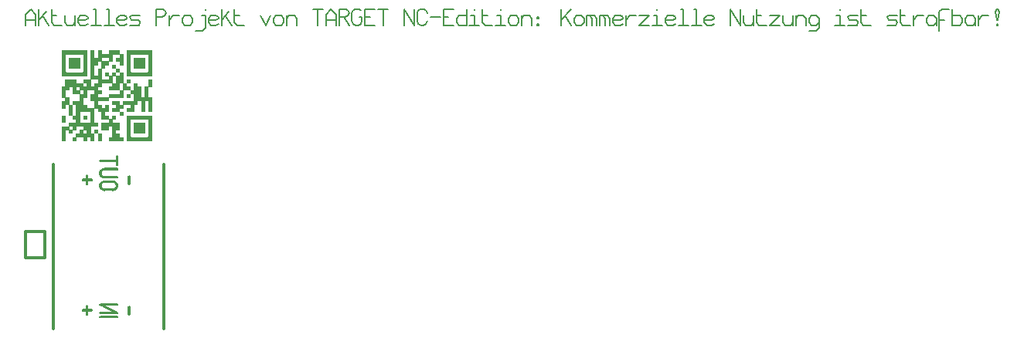
<source format=gbo>
%FSLAX35Y35*%
%MOIN*%
%TF.FileFunction,Legend,Bot*%
%ADD10C,0.00591*%
%ADD11C,0.00214*%
%ADD12C,0.00384*%
%ADD13C,0.00409*%
%ADD14C,0.00512*%
%ADD15C,0.00650*%
%ADD16C,0.00768*%
%ADD17C,0.01181*%
%ADD18C,0.01575*%
%ADD19C,0.01969*%
%ADD20C,0.02362*%
%ADD21C,0.03150*%
%ADD22C,0.03937*%
%AMR_23*21,1,0.03200,0.03800,0,0,90.000*%
%ADD23R_23*%
%AMR_24*21,1,0.03200,0.03800,0,0,180.000*%
%ADD24R_24*%
%AMR_25*21,1,0.04409,0.06299,0,0,90.000*%
%ADD25R_25*%
%AMR_26*21,1,0.05000,0.05000,0,0,180.000*%
%ADD26R_26*%
%AMR_27*21,1,0.07874,0.09449,0,0,90.000*%
%ADD27R_27*%
%AMR_28*21,1,0.19685,0.19685,0,0,0.000*%
%ADD28R_28*%
%AMOCT_29*4,1,8,0.031496,0.023622,0.015748,0.039370,-0.015748,0.039370,-0.031496,0.023622,-0.031496,-0.023622,-0.015748,-0.039370,0.015748,-0.039370,0.031496,-0.023622,0.031496,0.023622,270.000*%
%ADD29OCT_29*%
%AMOCT_30*4,1,8,0.039370,0.009843,0.029528,0.019685,-0.029528,0.019685,-0.039370,0.009843,-0.039370,-0.009843,-0.029528,-0.019685,0.029528,-0.019685,0.039370,-0.009843,0.039370,0.009843,0.000*%
%ADD30OCT_30*%
%AMOCT_31*4,1,8,0.039370,0.009843,0.029528,0.019685,-0.029528,0.019685,-0.039370,0.009843,-0.039370,-0.009843,-0.029528,-0.019685,0.029528,-0.019685,0.039370,-0.009843,0.039370,0.009843,90.000*%
%ADD31OCT_31*%
%ADD32O,0.02559X0.04173*%
%AMRR_33*21,1,0.02559,0.03661,0,0,180.000*21,1,0.02047,0.04173,0,0,180.000*1,1,0.00512,-0.01024,-0.01831*1,1,0.00512,0.01024,0.01831*1,1,0.00512,-0.01024,0.01831*1,1,0.00512,0.01024,-0.01831*%
%ADD33RR_33*%
%AMRR_34*21,1,0.06299,0.06929,0,0,180.000*21,1,0.05354,0.07874,0,0,180.000*1,1,0.00945,-0.02677,-0.03465*1,1,0.00945,0.02677,0.03465*1,1,0.00945,-0.02677,0.03465*1,1,0.00945,0.02677,-0.03465*%
%ADD34RR_34*%
%AMRR_35*21,1,0.06299,0.06614,0,0,270.000*21,1,0.05039,0.07874,0,0,270.000*1,1,0.01260,0.03307,-0.02520*1,1,0.01260,-0.03307,0.02520*1,1,0.01260,-0.03307,-0.02520*1,1,0.01260,0.03307,0.02520*%
%ADD35RR_35*%
%AMRR_36*21,1,0.23622,0.06457,0,0,90.000*21,1,0.22205,0.07874,0,0,90.000*1,1,0.01417,-0.03228,0.11102*1,1,0.01417,0.03228,-0.11102*1,1,0.01417,0.03228,0.11102*1,1,0.01417,-0.03228,-0.11102*%
%ADD36RR_36*%
G54D10*
X43336Y18966D02*
X36250Y18966D01*
X36096Y18903D01*
X36033Y18750D01*
X36096Y18596D01*
X36250Y18533D01*
X43336Y18533D01*
X43489Y18596D01*
X43553Y18750D01*
X43489Y18903D01*
X43336Y18966D01*
X43336Y20777D02*
X36250Y20777D01*
X36096Y20714D01*
X36033Y20561D01*
X36096Y20407D01*
X36250Y20344D01*
X43336Y20344D01*
X43489Y20407D01*
X43553Y20561D01*
X43489Y20714D01*
X43336Y20777D01*
X36153Y23910D02*
X43239Y20367D01*
X43405Y20355D01*
X43530Y20464D01*
X43542Y20629D01*
X43433Y20754D01*
X36346Y24298D01*
X36181Y24309D01*
X36056Y24201D01*
X36044Y24035D01*
X36153Y23910D01*
X42160Y20906D02*
X43129Y20906D01*
X41058Y21457D02*
X42026Y21457D01*
X39956Y22009D02*
X40924Y22009D01*
X38853Y22560D02*
X39822Y22560D01*
X37751Y23111D02*
X38719Y23111D01*
X36649Y23662D02*
X37617Y23662D01*
X36070Y24213D02*
X36515Y24213D01*
X43336Y24320D02*
X36250Y24320D01*
X36096Y24257D01*
X36033Y24104D01*
X36096Y23951D01*
X36250Y23887D01*
X43336Y23887D01*
X43489Y23951D01*
X43553Y24104D01*
X43489Y24257D01*
X43336Y24320D01*
X37413Y76933D02*
X38019Y77040D01*
X38159Y77129D01*
X38195Y77291D01*
X38106Y77431D01*
X37944Y77467D01*
X37338Y77360D01*
X37198Y77271D01*
X37163Y77109D01*
X37252Y76969D01*
X37413Y76933D01*
X36951Y76651D02*
X37484Y76959D01*
X37585Y77091D01*
X37563Y77255D01*
X37432Y77356D01*
X37268Y77334D01*
X36735Y77026D01*
X36634Y76895D01*
X36655Y76731D01*
X36787Y76630D01*
X36951Y76651D01*
X37002Y77181D02*
X37573Y77181D01*
X36613Y76228D02*
X37009Y76700D01*
X37059Y76858D01*
X36982Y77005D01*
X36824Y77055D01*
X36677Y76978D01*
X36282Y76507D01*
X36232Y76349D01*
X36308Y76202D01*
X36466Y76152D01*
X36613Y76228D01*
X36446Y76703D02*
X37010Y76703D01*
X36441Y75715D02*
X36651Y76294D01*
X36644Y76459D01*
X36522Y76571D01*
X36356Y76564D01*
X36244Y76442D01*
X36034Y75863D01*
X36041Y75698D01*
X36163Y75586D01*
X36329Y75593D01*
X36441Y75715D01*
X36133Y76137D02*
X36594Y76137D01*
X36454Y75174D02*
X36454Y75789D01*
X36390Y75943D01*
X36237Y76006D01*
X36084Y75943D01*
X36021Y75789D01*
X36021Y75174D01*
X36084Y75021D01*
X36237Y74958D01*
X36390Y75021D01*
X36454Y75174D01*
X36021Y75509D02*
X36454Y75509D01*
X36651Y74670D02*
X36441Y75248D01*
X36329Y75370D01*
X36163Y75378D01*
X36041Y75266D01*
X36034Y75100D01*
X36244Y74522D01*
X36356Y74400D01*
X36522Y74392D01*
X36644Y74504D01*
X36651Y74670D01*
X36091Y74944D02*
X36551Y74944D01*
X37009Y74264D02*
X36613Y74735D01*
X36466Y74812D01*
X36308Y74762D01*
X36232Y74615D01*
X36282Y74457D01*
X36677Y73985D01*
X36824Y73909D01*
X36982Y73959D01*
X37059Y74106D01*
X37009Y74264D01*
X36281Y74460D02*
X36844Y74460D01*
X37484Y74004D02*
X36951Y74312D01*
X36787Y74334D01*
X36655Y74233D01*
X36634Y74069D01*
X36735Y73937D01*
X37268Y73629D01*
X37432Y73608D01*
X37563Y73709D01*
X37585Y73873D01*
X37484Y74004D01*
X36646Y74159D02*
X37217Y74159D01*
X38019Y73923D02*
X37413Y74030D01*
X37252Y73994D01*
X37163Y73855D01*
X37198Y73693D01*
X37338Y73604D01*
X37944Y73497D01*
X38106Y73533D01*
X38195Y73673D01*
X38159Y73834D01*
X38019Y73923D01*
X41604Y77509D02*
X37982Y77509D01*
X37829Y77446D01*
X37765Y77293D01*
X37829Y77140D01*
X37982Y77076D01*
X41604Y77076D01*
X41757Y77140D01*
X41820Y77293D01*
X41757Y77446D01*
X41604Y77509D01*
X42172Y74030D02*
X41566Y73923D01*
X41426Y73834D01*
X41391Y73673D01*
X41480Y73533D01*
X41641Y73497D01*
X42247Y73604D01*
X42387Y73693D01*
X42423Y73855D01*
X42334Y73994D01*
X42172Y74030D01*
X42634Y74312D02*
X42102Y74004D01*
X42001Y73873D01*
X42022Y73709D01*
X42154Y73608D01*
X42318Y73629D01*
X42851Y73937D01*
X42952Y74069D01*
X42930Y74233D01*
X42799Y74334D01*
X42634Y74312D01*
X42369Y74159D02*
X42940Y74159D01*
X42972Y74735D02*
X42577Y74264D01*
X42527Y74106D01*
X42603Y73959D01*
X42762Y73909D01*
X42909Y73985D01*
X43304Y74457D01*
X43354Y74615D01*
X43277Y74762D01*
X43119Y74812D01*
X42972Y74735D01*
X42741Y74460D02*
X43305Y74460D01*
X43145Y75248D02*
X42935Y74670D01*
X42942Y74504D01*
X43064Y74392D01*
X43230Y74400D01*
X43342Y74522D01*
X43552Y75100D01*
X43545Y75266D01*
X43423Y75378D01*
X43257Y75370D01*
X43145Y75248D01*
X43034Y74944D02*
X43495Y74944D01*
X43132Y75789D02*
X43132Y75174D01*
X43195Y75021D01*
X43349Y74958D01*
X43502Y75021D01*
X43565Y75174D01*
X43565Y75789D01*
X43502Y75943D01*
X43349Y76006D01*
X43195Y75943D01*
X43132Y75789D01*
X43132Y75509D02*
X43565Y75509D01*
X42935Y76294D02*
X43145Y75715D01*
X43257Y75593D01*
X43423Y75586D01*
X43545Y75698D01*
X43552Y75863D01*
X43342Y76442D01*
X43230Y76564D01*
X43064Y76571D01*
X42942Y76459D01*
X42935Y76294D01*
X42992Y76137D02*
X43452Y76137D01*
X42577Y76700D02*
X42972Y76228D01*
X43119Y76152D01*
X43277Y76202D01*
X43354Y76349D01*
X43304Y76507D01*
X42909Y76978D01*
X42762Y77055D01*
X42603Y77005D01*
X42527Y76858D01*
X42577Y76700D01*
X42576Y76703D02*
X43139Y76703D01*
X42102Y76959D02*
X42634Y76651D01*
X42799Y76630D01*
X42930Y76731D01*
X42952Y76895D01*
X42851Y77026D01*
X42318Y77334D01*
X42154Y77356D01*
X42022Y77255D01*
X42001Y77091D01*
X42102Y76959D01*
X42013Y77181D02*
X42583Y77181D01*
X41566Y77040D02*
X42172Y76933D01*
X42334Y76969D01*
X42423Y77109D01*
X42387Y77271D01*
X42247Y77360D01*
X41641Y77467D01*
X41480Y77431D01*
X41391Y77291D01*
X41426Y77129D01*
X41566Y77040D01*
X37982Y73533D02*
X41604Y73533D01*
X41757Y73596D01*
X41820Y73750D01*
X41757Y73903D01*
X41604Y73966D01*
X37982Y73966D01*
X37829Y73903D01*
X37765Y73750D01*
X37829Y73596D01*
X37982Y73533D01*
X37982Y78887D02*
X43336Y78887D01*
X43489Y78951D01*
X43553Y79104D01*
X43489Y79257D01*
X43336Y79320D01*
X37982Y79320D01*
X37829Y79257D01*
X37765Y79104D01*
X37829Y78951D01*
X37982Y78887D01*
X37413Y82288D02*
X38019Y82395D01*
X38159Y82484D01*
X38195Y82645D01*
X38106Y82785D01*
X37944Y82821D01*
X37338Y82714D01*
X37198Y82625D01*
X37163Y82463D01*
X37252Y82324D01*
X37413Y82288D01*
X36951Y82006D02*
X37484Y82313D01*
X37585Y82445D01*
X37563Y82609D01*
X37432Y82710D01*
X37268Y82688D01*
X36735Y82381D01*
X36634Y82249D01*
X36655Y82085D01*
X36787Y81984D01*
X36951Y82006D01*
X37002Y82535D02*
X37573Y82535D01*
X36613Y81583D02*
X37009Y82054D01*
X37059Y82212D01*
X36982Y82359D01*
X36824Y82409D01*
X36677Y82332D01*
X36282Y81861D01*
X36232Y81703D01*
X36308Y81556D01*
X36466Y81506D01*
X36613Y81583D01*
X36446Y82057D02*
X37010Y82057D01*
X36441Y81070D02*
X36651Y81648D01*
X36644Y81813D01*
X36522Y81925D01*
X36356Y81918D01*
X36244Y81796D01*
X36034Y81218D01*
X36041Y81052D01*
X36163Y80940D01*
X36329Y80948D01*
X36441Y81070D01*
X36133Y81491D02*
X36594Y81491D01*
X36454Y80528D02*
X36454Y81144D01*
X36390Y81297D01*
X36237Y81360D01*
X36084Y81297D01*
X36021Y81144D01*
X36021Y80528D01*
X36084Y80375D01*
X36237Y80312D01*
X36390Y80375D01*
X36454Y80528D01*
X36021Y80863D02*
X36454Y80863D01*
X36651Y80024D02*
X36441Y80603D01*
X36329Y80725D01*
X36163Y80732D01*
X36041Y80620D01*
X36034Y80454D01*
X36244Y79876D01*
X36356Y79754D01*
X36522Y79747D01*
X36644Y79859D01*
X36651Y80024D01*
X36091Y80298D02*
X36551Y80298D01*
X37009Y79618D02*
X36613Y80089D01*
X36466Y80166D01*
X36308Y80116D01*
X36232Y79969D01*
X36282Y79811D01*
X36677Y79340D01*
X36824Y79263D01*
X36982Y79313D01*
X37059Y79460D01*
X37009Y79618D01*
X36281Y79814D02*
X36844Y79814D01*
X37484Y79359D02*
X36951Y79666D01*
X36787Y79688D01*
X36655Y79587D01*
X36634Y79423D01*
X36735Y79291D01*
X37268Y78984D01*
X37432Y78962D01*
X37563Y79063D01*
X37585Y79227D01*
X37484Y79359D01*
X36646Y79513D02*
X37217Y79513D01*
X38019Y79278D02*
X37413Y79385D01*
X37252Y79349D01*
X37163Y79209D01*
X37198Y79047D01*
X37338Y78958D01*
X37944Y78851D01*
X38106Y78887D01*
X38195Y79027D01*
X38159Y79189D01*
X38019Y79278D01*
X43336Y82864D02*
X37982Y82864D01*
X37829Y82800D01*
X37765Y82647D01*
X37829Y82494D01*
X37982Y82431D01*
X43336Y82431D01*
X43489Y82494D01*
X43553Y82647D01*
X43489Y82800D01*
X43336Y82864D01*
X43120Y88001D02*
X43120Y84458D01*
X43183Y84305D01*
X43336Y84242D01*
X43489Y84305D01*
X43553Y84458D01*
X43553Y88001D01*
X43489Y88155D01*
X43336Y88218D01*
X43183Y88155D01*
X43120Y88001D01*
X43120Y84793D02*
X43553Y84793D01*
X43120Y85344D02*
X43553Y85344D01*
X43120Y85895D02*
X43553Y85895D01*
X43120Y86446D02*
X43553Y86446D01*
X43120Y86998D02*
X43553Y86998D01*
X43120Y87549D02*
X43553Y87549D01*
X43160Y88100D02*
X43512Y88100D01*
X36250Y85974D02*
X43336Y85974D01*
X43489Y86037D01*
X43553Y86190D01*
X43489Y86344D01*
X43336Y86407D01*
X36250Y86407D01*
X36096Y86344D01*
X36033Y86190D01*
X36096Y86037D01*
X36250Y85974D01*
X48326Y23149D02*
X48326Y20000D01*
X48390Y19846D01*
X48543Y19783D01*
X48696Y19846D01*
X48759Y20000D01*
X48759Y23149D01*
X48696Y23302D01*
X48543Y23366D01*
X48390Y23302D01*
X48326Y23149D01*
X48326Y20334D02*
X48759Y20334D01*
X48326Y20885D02*
X48759Y20885D01*
X48326Y21437D02*
X48759Y21437D01*
X48326Y21988D02*
X48759Y21988D01*
X48326Y22539D02*
X48759Y22539D01*
X48326Y23090D02*
X48759Y23090D01*
X48326Y79399D02*
X48326Y76250D01*
X48390Y76096D01*
X48543Y76033D01*
X48696Y76096D01*
X48759Y76250D01*
X48759Y79399D01*
X48696Y79552D01*
X48543Y79616D01*
X48390Y79552D01*
X48326Y79399D01*
X48326Y76584D02*
X48759Y76584D01*
X48326Y77135D02*
X48759Y77135D01*
X48326Y77687D02*
X48759Y77687D01*
X48326Y78238D02*
X48759Y78238D01*
X48326Y78789D02*
X48759Y78789D01*
X48326Y79340D02*
X48759Y79340D01*
X30201Y23543D02*
X30201Y20000D01*
X30265Y19846D01*
X30418Y19783D01*
X30571Y19846D01*
X30634Y20000D01*
X30634Y23543D01*
X30571Y23696D01*
X30418Y23759D01*
X30265Y23696D01*
X30201Y23543D01*
X30201Y20334D02*
X30634Y20334D01*
X30201Y20885D02*
X30634Y20885D01*
X30201Y21437D02*
X30634Y21437D01*
X30201Y21988D02*
X30634Y21988D01*
X30201Y22539D02*
X30634Y22539D01*
X30201Y23090D02*
X30634Y23090D01*
X30242Y23641D02*
X30594Y23641D01*
X28607Y21515D02*
X32229Y21515D01*
X32382Y21579D01*
X32445Y21732D01*
X32382Y21885D01*
X32229Y21948D01*
X28607Y21948D01*
X28454Y21885D01*
X28390Y21732D01*
X28454Y21579D01*
X28607Y21515D01*
X30201Y79793D02*
X30201Y76250D01*
X30265Y76096D01*
X30418Y76033D01*
X30571Y76096D01*
X30634Y76250D01*
X30634Y79793D01*
X30571Y79946D01*
X30418Y80009D01*
X30265Y79946D01*
X30201Y79793D01*
X30201Y76584D02*
X30634Y76584D01*
X30201Y77135D02*
X30634Y77135D01*
X30201Y77687D02*
X30634Y77687D01*
X30201Y78238D02*
X30634Y78238D01*
X30201Y78789D02*
X30634Y78789D01*
X30201Y79340D02*
X30634Y79340D01*
X30242Y79891D02*
X30594Y79891D01*
X28607Y77765D02*
X32229Y77765D01*
X32382Y77829D01*
X32445Y77982D01*
X32382Y78135D01*
X32229Y78198D01*
X28607Y78198D01*
X28454Y78135D01*
X28390Y77982D01*
X28454Y77829D01*
X28607Y77765D01*
G54D11*
X56878Y132113D02*
X56488Y132503D01*
X44406Y132308D02*
X44211Y132503D01*
X49278Y124513D02*
X48888Y124903D01*
X44406Y129190D02*
X44211Y129385D01*
X56878Y113599D02*
X56683Y113794D01*
X52201Y118277D02*
X52006Y118471D01*
X39728Y130749D02*
X39533Y130944D01*
X56878Y112040D02*
X56683Y112235D01*
X44406Y124513D02*
X44211Y124708D01*
X42846Y126072D02*
X42652Y126267D01*
X36610Y132308D02*
X36415Y132503D01*
X53760Y113599D02*
X53565Y113794D01*
X53760Y112040D02*
X53565Y112235D01*
X50642Y115158D02*
X50447Y115353D01*
X49083Y116718D02*
X48888Y116912D01*
X47524Y118277D02*
X47329Y118471D01*
X45965Y119836D02*
X45770Y120031D01*
X42846Y122954D02*
X42652Y123149D01*
X36610Y129190D02*
X36415Y129385D01*
X33492Y130749D02*
X33297Y130944D01*
X39728Y122954D02*
X39533Y123149D01*
X44406Y116718D02*
X44211Y116912D01*
X41287Y119836D02*
X41093Y120031D01*
X56878Y104050D02*
X56488Y104440D01*
X28815Y132113D02*
X28425Y132503D01*
X49083Y110481D02*
X48888Y110676D01*
X36610Y121395D02*
X36415Y121590D01*
X35051Y121395D02*
X34856Y121590D01*
X33492Y122954D02*
X33297Y123149D01*
X44406Y110481D02*
X44211Y110676D01*
X42846Y110481D02*
X42652Y110676D01*
X44406Y107363D02*
X44211Y107558D01*
X35051Y116718D02*
X34856Y116912D01*
X33492Y116718D02*
X33297Y116912D01*
X31933Y118277D02*
X31738Y118471D01*
X30374Y119836D02*
X30179Y120031D01*
X35051Y113599D02*
X34856Y113794D01*
X28815Y118277D02*
X28620Y118471D01*
X49278Y96450D02*
X48888Y96840D01*
X21215Y124513D02*
X20825Y124903D01*
X36610Y108922D02*
X36415Y109117D01*
X35051Y110481D02*
X34856Y110676D01*
X33492Y112040D02*
X33297Y112235D01*
X28815Y116718D02*
X28620Y116912D01*
X27256Y118277D02*
X27061Y118471D01*
X25697Y119836D02*
X25502Y120031D01*
X41287Y102686D02*
X41093Y102881D01*
X39728Y104245D02*
X39533Y104440D01*
X38169Y105804D02*
X37974Y105999D01*
X36610Y107363D02*
X36415Y107558D01*
X35051Y108922D02*
X34856Y109117D01*
X41287Y101127D02*
X41093Y101322D01*
X27256Y115158D02*
X27061Y115353D01*
X25697Y116718D02*
X25502Y116912D01*
X24138Y118277D02*
X23943Y118471D01*
X44406Y96450D02*
X44211Y96645D01*
X42846Y98009D02*
X42652Y98204D01*
X31933Y107363D02*
X31738Y107558D01*
X30374Y108922D02*
X30179Y109117D01*
X28815Y110481D02*
X28620Y110676D01*
X33492Y102686D02*
X33297Y102881D01*
X25697Y110481D02*
X25502Y110676D01*
X21020Y113599D02*
X20825Y113794D01*
X35051Y98009D02*
X34856Y98204D01*
X22579Y110481D02*
X22384Y110676D01*
X31933Y98009D02*
X31738Y98204D01*
X30374Y99568D02*
X30179Y99763D01*
X28815Y101127D02*
X28620Y101322D01*
X27256Y102686D02*
X27061Y102881D01*
X25697Y104245D02*
X25502Y104440D01*
X24138Y105804D02*
X23943Y105999D01*
X31933Y96450D02*
X31738Y96645D01*
X28815Y98009D02*
X28620Y98204D01*
X28815Y96450D02*
X28620Y96645D01*
X24138Y101127D02*
X23943Y101322D01*
X22579Y99568D02*
X22384Y99763D01*
X44406Y120031D02*
X44211Y119836D01*
X33492Y109117D02*
X33297Y108922D01*
X25697Y101322D02*
X25502Y101127D01*
X24138Y99763D02*
X23943Y99568D01*
X39728Y113794D02*
X39533Y113599D01*
X47524Y120031D02*
X47329Y119836D01*
X45965Y116912D02*
X45770Y116718D01*
X44406Y115353D02*
X44211Y115158D01*
X38169Y109117D02*
X37974Y108922D01*
X31933Y102881D02*
X31738Y102686D01*
X28815Y99763D02*
X28620Y99568D01*
X27256Y98204D02*
X27061Y98009D01*
X25697Y96645D02*
X25502Y96450D01*
X38169Y107558D02*
X37974Y107363D01*
X31933Y101322D02*
X31738Y101127D01*
X56878Y124903D02*
X56488Y124513D01*
X30374Y98204D02*
X30179Y98009D01*
X50642Y116912D02*
X50447Y116718D01*
X49083Y115353D02*
X48888Y115158D01*
X42846Y109117D02*
X42652Y108922D01*
X30374Y96645D02*
X30179Y96450D01*
X45965Y110676D02*
X45770Y110481D01*
X44406Y109117D02*
X44211Y108922D01*
X33492Y98204D02*
X33297Y98009D01*
X41287Y104440D02*
X41093Y104245D01*
X39728Y102881D02*
X39533Y102686D01*
X56878Y118471D02*
X56683Y118277D01*
X50642Y112235D02*
X50447Y112040D01*
X39728Y101322D02*
X39533Y101127D01*
X52201Y112235D02*
X52006Y112040D01*
X50642Y110676D02*
X50447Y110481D01*
X49083Y109117D02*
X48888Y108922D01*
X55319Y113794D02*
X55124Y113599D01*
X55319Y112235D02*
X55124Y112040D01*
X42846Y99763D02*
X42652Y99568D01*
X41287Y96645D02*
X41093Y96450D01*
X49278Y104440D02*
X48888Y104050D01*
X56878Y96840D02*
X56488Y96450D01*
X42846Y120031D02*
X42652Y119836D01*
X41287Y118471D02*
X41093Y118277D01*
X35051Y112235D02*
X34856Y112040D01*
X25697Y102881D02*
X25502Y102686D01*
X44406Y123149D02*
X44211Y122954D01*
X22579Y101322D02*
X22384Y101127D01*
X21020Y99763D02*
X20825Y99568D01*
X35051Y115353D02*
X34856Y115158D01*
X27256Y107558D02*
X27061Y107363D01*
X25697Y105999D02*
X25502Y105804D01*
X42846Y124708D02*
X42652Y124513D01*
X41287Y123149D02*
X41093Y122954D01*
X39728Y121590D02*
X39533Y121395D01*
X33492Y115353D02*
X33297Y115158D01*
X49278Y132503D02*
X48888Y132113D01*
X36610Y120031D02*
X36415Y119836D01*
X35051Y118471D02*
X34856Y118277D01*
X35051Y120031D02*
X34856Y119836D01*
X33492Y118471D02*
X33297Y118277D01*
X28815Y113794D02*
X28620Y113599D01*
X27256Y112235D02*
X27061Y112040D01*
X44406Y130944D02*
X44211Y130749D01*
X30374Y116912D02*
X30179Y116718D01*
X28815Y115353D02*
X28620Y115158D01*
X24138Y110676D02*
X23943Y110481D01*
X35051Y123149D02*
X34856Y122954D01*
X30374Y118471D02*
X30179Y118277D01*
X39728Y129385D02*
X39533Y129190D01*
X38169Y127826D02*
X37974Y127631D01*
X36610Y126267D02*
X36415Y126072D01*
X31933Y121590D02*
X31738Y121395D01*
X27256Y116912D02*
X27061Y116718D01*
X21020Y110676D02*
X20825Y110481D01*
X41287Y132503D02*
X41093Y132308D01*
X28815Y120031D02*
X28620Y119836D01*
X21020Y112235D02*
X20825Y112040D01*
X39728Y132503D02*
X39533Y132308D01*
X25697Y118471D02*
X25502Y118277D01*
X36610Y130944D02*
X36415Y130749D01*
X35051Y129385D02*
X34856Y129190D01*
X33492Y127826D02*
X33297Y127631D01*
X35051Y130944D02*
X34856Y130749D01*
X22579Y118471D02*
X22384Y118277D01*
X21020Y116912D02*
X20825Y116718D01*
X28815Y124903D02*
X28425Y124513D01*
X21020Y118471D02*
X20825Y118277D01*
X21215Y132503D02*
X20825Y132113D01*
X41093Y129385D02*
X39728Y129385D01*
X45770Y132308D02*
X44406Y132308D01*
X37974Y126267D02*
X36610Y126267D01*
X44211Y126072D02*
X42846Y126072D01*
X36415Y126072D02*
X35051Y126072D01*
X42652Y126267D02*
X41287Y126267D01*
X42652Y127631D02*
X41287Y127631D01*
X45770Y127826D02*
X44406Y127826D01*
X28620Y99568D02*
X27256Y99568D01*
X25502Y96450D02*
X25502Y95086D01*
X23943Y99568D02*
X22579Y99568D01*
X25697Y98009D02*
X25697Y96645D01*
X28815Y105804D02*
X28815Y104440D01*
X28815Y121395D02*
X28815Y120031D01*
X27061Y116718D02*
X27061Y115353D01*
X25502Y99763D02*
X24138Y99763D01*
X22579Y99568D02*
X22579Y98204D01*
X22579Y102686D02*
X22579Y101322D01*
X22384Y101127D02*
X22384Y99763D01*
X36415Y133867D02*
X35051Y133867D01*
X33297Y133867D02*
X31933Y133867D01*
X22774Y99568D02*
X22774Y98204D01*
X24138Y112040D02*
X24138Y110676D01*
X24138Y105804D02*
X24138Y104440D01*
X24138Y96450D02*
X24138Y95086D01*
X34856Y99568D02*
X33492Y99568D01*
X23163Y99568D02*
X23163Y98204D01*
X23358Y99568D02*
X23358Y98204D01*
X22968Y99568D02*
X22968Y98204D01*
X23943Y99568D02*
X23943Y98204D01*
X23553Y99568D02*
X23553Y98204D01*
X23748Y99568D02*
X23748Y98204D01*
X39533Y110481D02*
X38169Y110481D01*
X23943Y110481D02*
X22579Y110481D01*
X20825Y109117D02*
X19461Y109117D01*
X30179Y105609D02*
X28815Y105609D01*
X30179Y105219D02*
X28815Y105219D01*
X30179Y105414D02*
X28815Y105414D01*
X45770Y105999D02*
X44406Y105999D01*
X30179Y105804D02*
X28815Y105804D01*
X20825Y105804D02*
X19461Y105804D01*
X23943Y105999D02*
X22579Y105999D01*
X42652Y105804D02*
X41287Y105804D01*
X42652Y104440D02*
X41287Y104440D01*
X30179Y104440D02*
X28815Y104440D01*
X30179Y104635D02*
X28815Y104635D01*
X41093Y104245D02*
X39728Y104245D01*
X30179Y105025D02*
X28815Y105025D01*
X30179Y104830D02*
X28815Y104830D01*
X58242Y107558D02*
X56878Y107558D01*
X55124Y107558D02*
X53760Y107558D01*
X45770Y107363D02*
X44406Y107363D01*
X58242Y121395D02*
X56878Y121395D01*
X48888Y121395D02*
X47524Y121395D01*
X42652Y123149D02*
X41287Y123149D01*
X39533Y123149D02*
X38169Y123149D01*
X41093Y122954D02*
X39728Y122954D01*
X48888Y120031D02*
X47524Y120031D01*
X52006Y119836D02*
X50642Y119836D01*
X47329Y119836D02*
X45965Y119836D01*
X39533Y124513D02*
X38169Y124513D01*
X45770Y124513D02*
X44406Y124513D01*
X42652Y124513D02*
X41287Y124513D01*
X44211Y124708D02*
X42846Y124708D01*
X48888Y115158D02*
X47524Y115158D01*
X22384Y113599D02*
X21020Y113599D01*
X20825Y113794D02*
X19461Y113794D01*
X20825Y102881D02*
X19461Y102881D01*
X48888Y113794D02*
X47524Y113794D01*
X56683Y118277D02*
X55319Y118277D01*
X58242Y118471D02*
X56878Y118471D01*
X45770Y116718D02*
X44406Y116718D01*
X44406Y107363D02*
X44406Y105999D01*
X44600Y107363D02*
X44600Y105999D01*
X44211Y133867D02*
X44211Y132503D01*
X44211Y126072D02*
X44211Y124708D01*
X45185Y107363D02*
X45185Y105999D01*
X45380Y107363D02*
X45380Y105999D01*
X44795Y107363D02*
X44795Y105999D01*
X44990Y107363D02*
X44990Y105999D01*
X44016Y126072D02*
X44016Y124708D01*
X43236Y126072D02*
X43236Y124708D01*
X43431Y126072D02*
X43431Y124708D01*
X43041Y126072D02*
X43041Y124708D01*
X43821Y126072D02*
X43821Y124708D01*
X43626Y126072D02*
X43626Y124708D01*
X45575Y107363D02*
X45575Y105999D01*
X48108Y121395D02*
X48108Y120031D01*
X48108Y115158D02*
X48108Y113794D01*
X47913Y115158D02*
X47913Y113794D01*
X47913Y121395D02*
X47913Y120031D01*
X48498Y115158D02*
X48498Y113794D01*
X48498Y121395D02*
X48498Y120031D01*
X48303Y115158D02*
X48303Y113794D01*
X48303Y121395D02*
X48303Y120031D01*
X45770Y107363D02*
X45770Y105999D01*
X45770Y96450D02*
X45770Y95086D01*
X45965Y112040D02*
X45965Y110676D01*
X45770Y110481D02*
X45770Y109117D01*
X47718Y115158D02*
X47718Y113794D01*
X47718Y121395D02*
X47718Y120031D01*
X47524Y115158D02*
X47524Y113794D01*
X47524Y108922D02*
X47524Y107558D01*
X47524Y121395D02*
X47524Y120031D01*
X41287Y127631D02*
X41287Y126267D01*
X41482Y105804D02*
X41482Y104440D01*
X41287Y124513D02*
X41287Y123149D01*
X41287Y105804D02*
X41287Y104440D01*
X41287Y112040D02*
X41287Y110676D01*
X41287Y108922D02*
X41287Y107558D01*
X39339Y124513D02*
X39339Y123149D01*
X39533Y113599D02*
X39533Y112235D01*
X39533Y105804D02*
X39533Y104440D01*
X39144Y124513D02*
X39144Y123149D01*
X39728Y118277D02*
X39728Y116912D01*
X39533Y129190D02*
X39533Y127826D01*
X39533Y124513D02*
X39533Y123149D01*
X39728Y115158D02*
X39728Y113794D01*
X39728Y96450D02*
X39728Y95086D01*
X42457Y105804D02*
X42457Y104440D01*
X42457Y124513D02*
X42457Y123149D01*
X42262Y105804D02*
X42262Y104440D01*
X42262Y127631D02*
X42262Y126267D01*
X42262Y124513D02*
X42262Y123149D01*
X42652Y127631D02*
X42652Y126267D01*
X42846Y130749D02*
X42846Y129385D01*
X42846Y126072D02*
X42846Y124708D01*
X42652Y124513D02*
X42652Y123149D01*
X42652Y105804D02*
X42652Y104440D01*
X42457Y127631D02*
X42457Y126267D01*
X41677Y127631D02*
X41677Y126267D01*
X41677Y124513D02*
X41677Y123149D01*
X41872Y105804D02*
X41872Y104440D01*
X36415Y98009D02*
X35051Y98009D01*
X41482Y127631D02*
X41482Y126267D01*
X41482Y124513D02*
X41482Y123149D01*
X41677Y105804D02*
X41677Y104440D01*
X42067Y127631D02*
X42067Y126267D01*
X42067Y124513D02*
X42067Y123149D01*
X42067Y105804D02*
X42067Y104440D01*
X41872Y124513D02*
X41872Y123149D01*
X41872Y127631D02*
X41872Y126267D01*
X25502Y96255D02*
X24138Y96255D01*
X25502Y95670D02*
X24138Y95670D01*
X25502Y95865D02*
X24138Y95865D01*
X33297Y95086D02*
X31933Y95086D01*
X36415Y95086D02*
X35051Y95086D01*
X20825Y95086D02*
X19461Y95086D01*
X25502Y95086D02*
X24138Y95086D01*
X30179Y95086D02*
X28815Y95086D01*
X25502Y95281D02*
X24138Y95281D01*
X25502Y95475D02*
X24138Y95475D01*
X25502Y96060D02*
X24138Y96060D01*
X48888Y121395D02*
X48888Y120031D01*
X48888Y118277D02*
X48888Y116912D01*
X48888Y115158D02*
X48888Y113794D01*
X49083Y116718D02*
X49083Y115353D01*
X48693Y121395D02*
X48693Y120031D01*
X48693Y115158D02*
X48693Y113794D01*
X25502Y96450D02*
X24138Y96450D01*
X36415Y116718D02*
X36415Y115353D01*
X23943Y98204D02*
X22579Y98204D01*
X30179Y105804D02*
X30179Y104440D01*
X34856Y98204D02*
X33492Y98204D01*
X34077Y99568D02*
X34077Y98204D01*
X33882Y99568D02*
X33882Y98204D01*
X34272Y99568D02*
X34272Y98204D01*
X33492Y99568D02*
X33492Y98204D01*
X33687Y99568D02*
X33687Y98204D01*
X34467Y99568D02*
X34467Y98204D01*
X34661Y99568D02*
X34661Y98204D01*
X34856Y99568D02*
X34856Y98204D01*
X34856Y102686D02*
X34856Y101322D01*
X38754Y124513D02*
X38754Y123149D01*
X38169Y124513D02*
X38169Y123149D01*
X38949Y124513D02*
X38949Y123149D01*
X38559Y124513D02*
X38559Y123149D01*
X38364Y124513D02*
X38364Y123149D01*
X49083Y104245D02*
X47524Y104245D01*
X58242Y132308D02*
X56683Y132308D01*
X28620Y124708D02*
X28620Y123149D01*
X28620Y133867D02*
X28620Y132308D01*
X49083Y105804D02*
X49083Y104245D01*
X21020Y124708D02*
X21020Y123149D01*
X49083Y96645D02*
X47524Y96645D01*
X49083Y96645D02*
X49083Y95086D01*
X58242Y96645D02*
X56683Y96645D01*
X56683Y124708D02*
X56683Y123149D01*
X21020Y132308D02*
X19461Y132308D01*
X30179Y132308D02*
X28620Y132308D01*
X56683Y96645D02*
X56683Y95086D01*
X49083Y132308D02*
X47524Y132308D01*
X58242Y104245D02*
X56683Y104245D01*
X21020Y133867D02*
X21020Y132308D01*
X56683Y105804D02*
X56683Y104245D01*
X49083Y133867D02*
X49083Y132308D01*
X49083Y124708D02*
X49083Y123149D01*
X49083Y124708D02*
X47524Y124708D01*
X21020Y124708D02*
X19461Y124708D01*
X56683Y133867D02*
X56683Y132308D01*
X30179Y124708D02*
X28620Y124708D01*
X58242Y124708D02*
X56683Y124708D01*
X45770Y129775D02*
X42846Y129775D01*
X39923Y122954D02*
X39923Y120031D01*
X27061Y116328D02*
X24138Y116328D01*
X48888Y117302D02*
X45965Y117302D01*
X24138Y102686D02*
X24138Y99763D01*
X48888Y117497D02*
X45965Y117497D01*
X27061Y104830D02*
X24138Y104830D01*
X35636Y98009D02*
X35636Y95086D01*
X36415Y109702D02*
X33492Y109702D01*
X36415Y116328D02*
X33492Y116328D01*
X22384Y116912D02*
X19461Y116912D01*
X45770Y109702D02*
X42846Y109702D01*
X45770Y109507D02*
X42846Y109507D01*
X35441Y98009D02*
X35441Y95086D01*
X36415Y116523D02*
X33492Y116523D01*
X27061Y116523D02*
X24138Y116523D01*
X36415Y116718D02*
X33492Y116718D01*
X27061Y116718D02*
X24138Y116718D01*
X39533Y104635D02*
X36610Y104635D01*
X36415Y98009D02*
X36415Y95086D01*
X36415Y109507D02*
X33492Y109507D01*
X47329Y119836D02*
X47329Y116912D01*
X48888Y117107D02*
X45965Y117107D01*
X47134Y119836D02*
X47134Y116912D01*
X48888Y116912D02*
X45965Y116912D01*
X32323Y98009D02*
X32323Y95086D01*
X36415Y119836D02*
X33492Y119836D01*
X44211Y119836D02*
X41287Y119836D01*
X45770Y129385D02*
X42846Y129385D01*
X39533Y104830D02*
X36610Y104830D01*
X36415Y109117D02*
X33492Y109117D01*
X40118Y122954D02*
X40118Y120031D01*
X36026Y98009D02*
X36026Y95086D01*
X31933Y98009D02*
X31933Y95086D01*
X44211Y108922D02*
X41287Y108922D01*
X29400Y98009D02*
X29400Y95086D01*
X36220Y98009D02*
X36220Y95086D01*
X50447Y108922D02*
X47524Y108922D01*
X40313Y104245D02*
X40313Y101322D01*
X48888Y117887D02*
X45965Y117887D01*
X36415Y109312D02*
X33492Y109312D01*
X32128Y98009D02*
X32128Y95086D01*
X57463Y121395D02*
X57463Y118471D01*
X40118Y104245D02*
X40118Y101322D01*
X48888Y117692D02*
X45965Y117692D01*
X45770Y109312D02*
X42846Y109312D01*
X45770Y129580D02*
X42846Y129580D01*
X48888Y118082D02*
X45965Y118082D01*
X45770Y109117D02*
X42846Y109117D01*
X53565Y118277D02*
X50642Y118277D01*
X31933Y115158D02*
X31933Y112235D01*
X36415Y118471D02*
X33492Y118471D01*
X57268Y121395D02*
X57268Y118471D01*
X39533Y100542D02*
X36610Y100542D01*
X35831Y98009D02*
X35831Y95086D01*
X22384Y118277D02*
X19461Y118277D01*
X48888Y118277D02*
X45965Y118277D01*
X38559Y110481D02*
X38559Y107558D01*
X39923Y104245D02*
X39923Y101322D01*
X32907Y98009D02*
X32907Y95086D01*
X25307Y102686D02*
X25307Y99763D01*
X45770Y130359D02*
X42846Y130359D01*
X45770Y110286D02*
X42846Y110286D01*
X39533Y102686D02*
X39533Y99763D01*
X58047Y121395D02*
X58047Y118471D01*
X36415Y110481D02*
X33492Y110481D01*
X38949Y110481D02*
X38949Y107558D01*
X45770Y130554D02*
X42846Y130554D01*
X25502Y102686D02*
X25502Y99763D01*
X34856Y113989D02*
X31933Y113989D01*
X34856Y113794D02*
X31933Y113794D01*
X36415Y110286D02*
X33492Y110286D01*
X39533Y110481D02*
X39533Y107558D01*
X30179Y113794D02*
X27256Y113794D01*
X27061Y104440D02*
X24138Y104440D01*
X25112Y102686D02*
X25112Y99763D01*
X44211Y111261D02*
X41287Y111261D01*
X33102Y98009D02*
X33102Y95086D01*
X44211Y111456D02*
X41287Y111456D01*
X44211Y110871D02*
X41287Y110871D01*
X39144Y110481D02*
X39144Y107558D01*
X44211Y111066D02*
X41287Y111066D01*
X33297Y98009D02*
X33297Y95086D01*
X29789Y98009D02*
X29789Y95086D01*
X22384Y112040D02*
X19461Y112040D01*
X44211Y112040D02*
X41287Y112040D01*
X39339Y110481D02*
X39339Y107558D01*
X45770Y110481D02*
X42846Y110481D01*
X45770Y130749D02*
X42846Y130749D01*
X44211Y111651D02*
X41287Y111651D01*
X44211Y110676D02*
X41287Y110676D01*
X44211Y111845D02*
X41287Y111845D01*
X58242Y121395D02*
X58242Y118471D01*
X22384Y110676D02*
X19461Y110676D01*
X35051Y110481D02*
X35051Y107558D01*
X35051Y98009D02*
X35051Y95086D01*
X27061Y115548D02*
X24138Y115548D01*
X45770Y109897D02*
X42846Y109897D01*
X39728Y122954D02*
X39728Y120031D01*
X36415Y115548D02*
X33492Y115548D01*
X36415Y115353D02*
X33492Y115353D01*
X45770Y129969D02*
X42846Y129969D01*
X34856Y115158D02*
X31933Y115158D01*
X30179Y115158D02*
X27256Y115158D01*
X24528Y102686D02*
X24528Y99763D01*
X27061Y115353D02*
X24138Y115353D01*
X34856Y130749D02*
X34856Y127826D01*
X36415Y115938D02*
X33492Y115938D01*
X36415Y116133D02*
X33492Y116133D01*
X57657Y121395D02*
X57657Y118471D01*
X27061Y116133D02*
X24138Y116133D01*
X35246Y98009D02*
X35246Y95086D01*
X27061Y104635D02*
X24138Y104635D01*
X27061Y115743D02*
X24138Y115743D01*
X36415Y109897D02*
X33492Y109897D01*
X36415Y115743D02*
X33492Y115743D01*
X27061Y115938D02*
X24138Y115938D01*
X32518Y98009D02*
X32518Y95086D01*
X24333Y102686D02*
X24333Y99763D01*
X32713Y98009D02*
X32713Y95086D01*
X38754Y110481D02*
X38754Y107558D01*
X34856Y114574D02*
X31933Y114574D01*
X45770Y110092D02*
X42846Y110092D01*
X34856Y114379D02*
X31933Y114379D01*
X34856Y114184D02*
X31933Y114184D01*
X24917Y102686D02*
X24917Y99763D01*
X45770Y130164D02*
X42846Y130164D01*
X24722Y102686D02*
X24722Y99763D01*
X34856Y114964D02*
X31933Y114964D01*
X29594Y98009D02*
X29594Y95086D01*
X39728Y104245D02*
X39728Y101322D01*
X57852Y121395D02*
X57852Y118471D01*
X39533Y104440D02*
X36610Y104440D01*
X36415Y110092D02*
X33492Y110092D01*
X34856Y114769D02*
X31933Y114769D01*
X36415Y110481D02*
X36415Y107558D01*
X43041Y98009D02*
X43041Y95086D01*
X40703Y122954D02*
X40703Y120031D01*
X34856Y128800D02*
X31933Y128800D01*
X43041Y102686D02*
X43041Y99763D01*
X19850Y112040D02*
X19850Y109117D01*
X19850Y105804D02*
X19850Y102881D01*
X31738Y99958D02*
X28815Y99958D01*
X43236Y98009D02*
X43236Y95086D01*
X39533Y128800D02*
X36610Y128800D01*
X20240Y105804D02*
X20240Y102881D01*
X43236Y102686D02*
X43236Y99763D01*
X20045Y112040D02*
X20045Y109117D01*
X20045Y105804D02*
X20045Y102881D01*
X22384Y99958D02*
X19461Y99958D01*
X19656Y105804D02*
X19656Y102881D01*
X37195Y129190D02*
X37195Y126267D01*
X28425Y99568D02*
X28425Y96645D01*
X19461Y105804D02*
X19461Y102881D01*
X39533Y105219D02*
X36610Y105219D01*
X19461Y112040D02*
X19461Y109117D01*
X42846Y98009D02*
X42846Y95086D01*
X39533Y99958D02*
X36610Y99958D01*
X28230Y99568D02*
X28230Y96645D01*
X42846Y102686D02*
X42846Y99763D01*
X29984Y98009D02*
X29984Y95086D01*
X19656Y112040D02*
X19656Y109117D01*
X42652Y119836D02*
X42652Y116912D01*
X20240Y112040D02*
X20240Y109117D01*
X22384Y99763D02*
X19461Y99763D01*
X20825Y112040D02*
X20825Y109117D01*
X22384Y100737D02*
X19461Y100737D01*
X44016Y98009D02*
X44016Y95086D01*
X43821Y102686D02*
X43821Y99763D01*
X20825Y105804D02*
X20825Y102881D01*
X44211Y98009D02*
X44211Y95086D01*
X31738Y100737D02*
X28815Y100737D01*
X27841Y99568D02*
X27841Y96645D01*
X44211Y102686D02*
X44211Y99763D01*
X27061Y105219D02*
X24138Y105219D01*
X44016Y102686D02*
X44016Y99763D01*
X21020Y113599D02*
X21020Y110676D01*
X40703Y104245D02*
X40703Y101322D01*
X20435Y112040D02*
X20435Y109117D01*
X20435Y105804D02*
X20435Y102881D01*
X44211Y99763D02*
X41287Y99763D01*
X38364Y110481D02*
X38364Y107558D01*
X28035Y99568D02*
X28035Y96645D01*
X31738Y100542D02*
X28815Y100542D01*
X43431Y102686D02*
X43431Y99763D01*
X43431Y98009D02*
X43431Y95086D01*
X20630Y112040D02*
X20630Y109117D01*
X43821Y98009D02*
X43821Y95086D01*
X31738Y99763D02*
X28815Y99763D01*
X43626Y98009D02*
X43626Y95086D01*
X39533Y99763D02*
X36610Y99763D01*
X20630Y105804D02*
X20630Y102881D01*
X43626Y102686D02*
X43626Y99763D01*
X37780Y129190D02*
X37780Y126267D01*
X27061Y105804D02*
X24138Y105804D01*
X39533Y105609D02*
X36610Y105609D01*
X41482Y119836D02*
X41482Y116912D01*
X44211Y98009D02*
X41287Y98009D01*
X34856Y128410D02*
X31933Y128410D01*
X29010Y98009D02*
X29010Y95086D01*
X39533Y105804D02*
X36610Y105804D01*
X39533Y128410D02*
X36610Y128410D01*
X41677Y119836D02*
X41677Y116912D01*
X39533Y100347D02*
X36610Y100347D01*
X39533Y105414D02*
X36610Y105414D01*
X39533Y128021D02*
X36610Y128021D01*
X41287Y119836D02*
X41287Y116912D01*
X34856Y128216D02*
X31933Y128216D01*
X39533Y128216D02*
X36610Y128216D01*
X29205Y98009D02*
X29205Y95086D01*
X38169Y110481D02*
X38169Y107558D01*
X34856Y127826D02*
X31933Y127826D01*
X39533Y127826D02*
X36610Y127826D01*
X41093Y122954D02*
X41093Y120031D01*
X22384Y100542D02*
X19461Y100542D01*
X34856Y128021D02*
X31933Y128021D01*
X37974Y129190D02*
X37974Y126267D01*
X27061Y105609D02*
X24138Y105609D01*
X31738Y100347D02*
X28815Y100347D01*
X42262Y119836D02*
X42262Y116912D01*
X28620Y99568D02*
X28620Y96645D01*
X31738Y100153D02*
X28815Y100153D01*
X34856Y128605D02*
X31933Y128605D01*
X37390Y129190D02*
X37390Y126267D01*
X39533Y100153D02*
X36610Y100153D01*
X22384Y100153D02*
X19461Y100153D01*
X42457Y119836D02*
X42457Y116912D01*
X40898Y104245D02*
X40898Y101322D01*
X30179Y110481D02*
X30179Y107558D01*
X39533Y128605D02*
X36610Y128605D01*
X22384Y100347D02*
X19461Y100347D01*
X27061Y105414D02*
X24138Y105414D01*
X37585Y129190D02*
X37585Y126267D01*
X41093Y104245D02*
X41093Y101322D01*
X41872Y119836D02*
X41872Y116912D01*
X28620Y119836D02*
X28620Y116912D01*
X30179Y98009D02*
X30179Y95086D01*
X56878Y121395D02*
X56878Y118471D01*
X28815Y102686D02*
X28815Y99763D01*
X40898Y122954D02*
X40898Y120031D01*
X42067Y119836D02*
X42067Y116912D01*
X28815Y98009D02*
X28815Y95086D01*
X44211Y108338D02*
X41287Y108338D01*
X22384Y101127D02*
X19461Y101127D01*
X45575Y116718D02*
X45575Y113794D01*
X27451Y99568D02*
X27451Y96645D01*
X31738Y121395D02*
X28815Y121395D01*
X31738Y121200D02*
X28815Y121200D01*
X39533Y129190D02*
X36610Y129190D01*
X36610Y102686D02*
X36610Y99763D01*
X50447Y108338D02*
X47524Y108338D01*
X34856Y129190D02*
X31933Y129190D01*
X22189Y113599D02*
X22189Y110676D01*
X45380Y116718D02*
X45380Y113794D01*
X50447Y107948D02*
X47524Y107948D01*
X36610Y129190D02*
X36610Y126267D01*
X45770Y122954D02*
X42846Y122954D01*
X21994Y113599D02*
X21994Y110676D01*
X40508Y104245D02*
X40508Y101322D01*
X39533Y105025D02*
X36610Y105025D01*
X50447Y108143D02*
X47524Y108143D01*
X44211Y108143D02*
X41287Y108143D01*
X45770Y116718D02*
X45770Y113794D01*
X27256Y99568D02*
X27256Y96645D01*
X31738Y120225D02*
X28815Y120225D01*
X46354Y119836D02*
X46354Y116912D01*
X22384Y113599D02*
X22384Y110676D01*
X31738Y120420D02*
X28815Y120420D01*
X40313Y122954D02*
X40313Y120031D01*
X44211Y108727D02*
X41287Y108727D01*
X31738Y120031D02*
X28815Y120031D01*
X50447Y108727D02*
X47524Y108727D01*
X46939Y119836D02*
X46939Y116912D01*
X46744Y119836D02*
X46744Y116912D01*
X46549Y119836D02*
X46549Y116912D01*
X27061Y105025D02*
X24138Y105025D01*
X45770Y120031D02*
X42846Y120031D01*
X44211Y108532D02*
X41287Y108532D01*
X39533Y101127D02*
X36610Y101127D01*
X27256Y119836D02*
X27256Y116912D01*
X31738Y101127D02*
X28815Y101127D01*
X31738Y121005D02*
X28815Y121005D01*
X31738Y120810D02*
X28815Y120810D01*
X31738Y120615D02*
X28815Y120615D01*
X46159Y119836D02*
X46159Y116912D01*
X50447Y108532D02*
X47524Y108532D01*
X45965Y119836D02*
X45965Y116912D01*
X44211Y107753D02*
X41287Y107753D01*
X44600Y116718D02*
X44600Y113794D01*
X21409Y113599D02*
X21409Y110676D01*
X50447Y107753D02*
X47524Y107753D01*
X39533Y100932D02*
X36610Y100932D01*
X36805Y129190D02*
X36805Y126267D01*
X44795Y116718D02*
X44795Y113794D01*
X21604Y113599D02*
X21604Y110676D01*
X31738Y100932D02*
X28815Y100932D01*
X40508Y122954D02*
X40508Y120031D01*
X44211Y107558D02*
X41287Y107558D01*
X39533Y128995D02*
X36610Y128995D01*
X44406Y116718D02*
X44406Y113794D01*
X50447Y107558D02*
X47524Y107558D01*
X45185Y116718D02*
X45185Y113794D01*
X27646Y99568D02*
X27646Y96645D01*
X34856Y128995D02*
X31933Y128995D01*
X22384Y100932D02*
X19461Y100932D01*
X39533Y100737D02*
X36610Y100737D01*
X57073Y121395D02*
X57073Y118471D01*
X44990Y116718D02*
X44990Y113794D01*
X21799Y113599D02*
X21799Y110676D01*
X21215Y113599D02*
X21215Y110676D01*
X37000Y129190D02*
X37000Y126267D01*
X44211Y107948D02*
X41287Y107948D01*
X30179Y109897D02*
X25697Y109897D01*
X31543Y121395D02*
X31543Y116912D01*
X31738Y121395D02*
X31738Y116912D01*
X29984Y118277D02*
X29984Y113794D01*
X30959Y121395D02*
X30959Y116912D01*
X53370Y102686D02*
X53370Y98204D01*
X28620Y110871D02*
X24138Y110871D01*
X27061Y130749D02*
X27061Y126267D01*
X54929Y102686D02*
X54929Y98204D01*
X54150Y102686D02*
X54150Y98204D01*
X29205Y118277D02*
X29205Y113794D01*
X30179Y109702D02*
X25697Y109702D01*
X39533Y108727D02*
X35051Y108727D01*
X39533Y108922D02*
X35051Y108922D01*
X29010Y118277D02*
X29010Y113794D01*
X28620Y110676D02*
X24138Y110676D01*
X52591Y102686D02*
X52591Y98204D01*
X39533Y107558D02*
X35051Y107558D01*
X29594Y118277D02*
X29594Y113794D01*
X52980Y102686D02*
X52980Y98204D01*
X55124Y130749D02*
X55124Y126267D01*
X30179Y110092D02*
X25697Y110092D01*
X31348Y121395D02*
X31348Y116912D01*
X30179Y110286D02*
X25697Y110286D01*
X30179Y118277D02*
X30179Y113794D01*
X30179Y109312D02*
X25697Y109312D01*
X53760Y102686D02*
X53760Y98204D01*
X54539Y102686D02*
X54539Y98204D01*
X39533Y107948D02*
X35051Y107948D01*
X39533Y108143D02*
X35051Y108143D01*
X30374Y121395D02*
X30374Y116912D01*
X31154Y121395D02*
X31154Y116912D01*
X30764Y121395D02*
X30764Y116912D01*
X30179Y110481D02*
X25697Y110481D01*
X53175Y102686D02*
X53175Y98204D01*
X53955Y102686D02*
X53955Y98204D01*
X52785Y102686D02*
X52785Y98204D01*
X39533Y108532D02*
X35051Y108532D01*
X53565Y102686D02*
X53565Y98204D01*
X28815Y118277D02*
X28815Y113794D01*
X30179Y109117D02*
X25697Y109117D01*
X39533Y107753D02*
X35051Y107753D01*
X29400Y118277D02*
X29400Y113794D01*
X30179Y109507D02*
X25697Y109507D01*
X30569Y121395D02*
X30569Y116912D01*
X39533Y108338D02*
X35051Y108338D01*
X54734Y102686D02*
X54734Y98204D01*
X54344Y102686D02*
X54344Y98204D01*
X29789Y118277D02*
X29789Y113794D01*
X55124Y102686D02*
X55124Y98204D01*
X42846Y112040D02*
X42846Y107558D01*
X19850Y118277D02*
X19850Y113794D01*
X19656Y118277D02*
X19656Y113794D01*
X55124Y126267D02*
X50642Y126267D01*
X27061Y126267D02*
X22579Y126267D01*
X37195Y108922D02*
X37195Y104440D01*
X20435Y118277D02*
X20435Y113794D01*
X20045Y118277D02*
X20045Y113794D01*
X20240Y118277D02*
X20240Y113794D01*
X19461Y118277D02*
X19461Y113794D01*
X44211Y133477D02*
X39728Y133477D01*
X27061Y126851D02*
X22579Y126851D01*
X55124Y126656D02*
X50642Y126656D01*
X37585Y108922D02*
X37585Y104440D01*
X27061Y127046D02*
X22579Y127046D01*
X55124Y126851D02*
X50642Y126851D01*
X55124Y126462D02*
X50642Y126462D01*
X44211Y133867D02*
X39728Y133867D01*
X27061Y126462D02*
X22579Y126462D01*
X37390Y108922D02*
X37390Y104440D01*
X44211Y133672D02*
X39728Y133672D01*
X27061Y126656D02*
X22579Y126656D01*
X55124Y130554D02*
X50642Y130554D01*
X44990Y132308D02*
X44990Y127826D01*
X21799Y121395D02*
X21799Y116912D01*
X44990Y124513D02*
X44990Y120031D01*
X44795Y124513D02*
X44795Y120031D01*
X44795Y132308D02*
X44795Y127826D01*
X36805Y108922D02*
X36805Y104440D01*
X21994Y121395D02*
X21994Y116912D01*
X36415Y122759D02*
X31933Y122759D01*
X36415Y122564D02*
X31933Y122564D01*
X27061Y130749D02*
X22579Y130749D01*
X45185Y124513D02*
X45185Y120031D01*
X45185Y132308D02*
X45185Y127826D01*
X36415Y122954D02*
X31933Y122954D01*
X21604Y121395D02*
X21604Y116912D01*
X21020Y121395D02*
X21020Y116912D01*
X44211Y112040D02*
X44211Y107558D01*
X21215Y121395D02*
X21215Y116912D01*
X20630Y118277D02*
X20630Y113794D01*
X20825Y118277D02*
X20825Y113794D01*
X44406Y132308D02*
X44406Y127826D01*
X44600Y124513D02*
X44600Y120031D01*
X44600Y132308D02*
X44600Y127826D01*
X44406Y124513D02*
X44406Y120031D01*
X37000Y108922D02*
X37000Y104440D01*
X21409Y121395D02*
X21409Y116912D01*
X44211Y133282D02*
X39728Y133282D01*
X40118Y133867D02*
X40118Y129385D01*
X36415Y129385D02*
X31933Y129385D01*
X27061Y129385D02*
X22579Y129385D01*
X55124Y129385D02*
X50642Y129385D01*
X55124Y129580D02*
X50642Y129580D01*
X36415Y129580D02*
X31933Y129580D01*
X27061Y129580D02*
X22579Y129580D01*
X55124Y128995D02*
X50642Y128995D01*
X40508Y133867D02*
X40508Y129385D01*
X27061Y128995D02*
X22579Y128995D01*
X27061Y129190D02*
X22579Y129190D01*
X55124Y129190D02*
X50642Y129190D01*
X40313Y133867D02*
X40313Y129385D01*
X36415Y130554D02*
X31933Y130554D01*
X39923Y133867D02*
X39923Y129385D01*
X36415Y130164D02*
X31933Y130164D01*
X27061Y130164D02*
X22579Y130164D01*
X55124Y129969D02*
X50642Y129969D01*
X55124Y130164D02*
X50642Y130164D01*
X36415Y130359D02*
X31933Y130359D01*
X27061Y130359D02*
X22579Y130359D01*
X55124Y130359D02*
X50642Y130359D01*
X36415Y129775D02*
X31933Y129775D01*
X27061Y129775D02*
X22579Y129775D01*
X27061Y130554D02*
X22579Y130554D01*
X55124Y129775D02*
X50642Y129775D01*
X36415Y129969D02*
X31933Y129969D01*
X27061Y129969D02*
X22579Y129969D01*
X39728Y133867D02*
X39728Y129385D01*
X55124Y128800D02*
X50642Y128800D01*
X27061Y127631D02*
X22579Y127631D01*
X55124Y127436D02*
X50642Y127436D01*
X44211Y132698D02*
X39728Y132698D01*
X55124Y127631D02*
X50642Y127631D01*
X37974Y108922D02*
X37974Y104440D01*
X44211Y132503D02*
X39728Y132503D01*
X27061Y127241D02*
X22579Y127241D01*
X44211Y133088D02*
X39728Y133088D01*
X55124Y127046D02*
X50642Y127046D01*
X37780Y108922D02*
X37780Y104440D01*
X27061Y127436D02*
X22579Y127436D01*
X55124Y127241D02*
X50642Y127241D01*
X44211Y132893D02*
X39728Y132893D01*
X27061Y127826D02*
X22579Y127826D01*
X40898Y133867D02*
X40898Y129385D01*
X55124Y128410D02*
X50642Y128410D01*
X27061Y128605D02*
X22579Y128605D01*
X27061Y128800D02*
X22579Y128800D01*
X40703Y133867D02*
X40703Y129385D01*
X55124Y128605D02*
X50642Y128605D01*
X55124Y128021D02*
X50642Y128021D01*
X27061Y128021D02*
X22579Y128021D01*
X55124Y127826D02*
X50642Y127826D01*
X27061Y128216D02*
X22579Y128216D01*
X27061Y128410D02*
X22579Y128410D01*
X55124Y128216D02*
X50642Y128216D01*
X41093Y133867D02*
X41093Y129385D01*
X50057Y112040D02*
X50057Y107558D01*
X50252Y112040D02*
X50252Y107558D01*
X53565Y115353D02*
X49083Y115353D01*
X49862Y112040D02*
X49862Y107558D01*
X55124Y102686D02*
X50642Y102686D01*
X50642Y130749D02*
X50642Y126267D01*
X50642Y102686D02*
X50642Y98204D01*
X50447Y112040D02*
X50447Y107558D01*
X53565Y115548D02*
X49083Y115548D01*
X36415Y130749D02*
X31933Y130749D01*
X53565Y116133D02*
X49083Y116133D01*
X49278Y112040D02*
X49278Y107558D01*
X49083Y112040D02*
X49083Y107558D01*
X53565Y116328D02*
X49083Y116328D01*
X35246Y133867D02*
X35246Y129385D01*
X55124Y98204D02*
X50642Y98204D01*
X49667Y112040D02*
X49667Y107558D01*
X53565Y115743D02*
X49083Y115743D01*
X53565Y115938D02*
X49083Y115938D01*
X49472Y112040D02*
X49472Y107558D01*
X35051Y133867D02*
X35051Y129385D01*
X50837Y102686D02*
X50837Y98204D01*
X52201Y102686D02*
X52201Y98204D01*
X28620Y111651D02*
X24138Y111651D01*
X28620Y111845D02*
X24138Y111845D01*
X52006Y102686D02*
X52006Y98204D01*
X52396Y102686D02*
X52396Y98204D01*
X28620Y111066D02*
X24138Y111066D01*
X28620Y111261D02*
X24138Y111261D01*
X28620Y111456D02*
X24138Y111456D01*
X55124Y130749D02*
X50642Y130749D01*
X51226Y102686D02*
X51226Y98204D01*
X51421Y102686D02*
X51421Y98204D01*
X51031Y102686D02*
X51031Y98204D01*
X51811Y102686D02*
X51811Y98204D01*
X28620Y112040D02*
X24138Y112040D01*
X51616Y102686D02*
X51616Y98204D01*
X53565Y116523D02*
X49083Y116523D01*
X25502Y120420D02*
X21020Y120420D01*
X22384Y121395D02*
X22384Y116912D01*
X25502Y120615D02*
X21020Y120615D01*
X45770Y132308D02*
X45770Y127826D01*
X25502Y120810D02*
X21020Y120810D01*
X36415Y133867D02*
X36415Y129385D01*
X22579Y130749D02*
X22579Y126267D01*
X22774Y110481D02*
X22774Y105999D01*
X36220Y133867D02*
X36220Y129385D01*
X25502Y120225D02*
X21020Y120225D01*
X25502Y120031D02*
X21020Y120031D01*
X22579Y110481D02*
X22579Y105999D01*
X45770Y124513D02*
X45770Y120031D01*
X36415Y121979D02*
X31933Y121979D01*
X36415Y121784D02*
X31933Y121784D01*
X36610Y108922D02*
X36610Y104440D01*
X36415Y122174D02*
X31933Y122174D01*
X45380Y124513D02*
X45380Y120031D01*
X36415Y122369D02*
X31933Y122369D01*
X45380Y132308D02*
X45380Y127826D01*
X22189Y121395D02*
X22189Y116912D01*
X25502Y121200D02*
X21020Y121200D01*
X25502Y121005D02*
X21020Y121005D01*
X45575Y132308D02*
X45575Y127826D01*
X36415Y121590D02*
X31933Y121590D01*
X45575Y124513D02*
X45575Y120031D01*
X25502Y121395D02*
X21020Y121395D01*
X23748Y110481D02*
X23748Y105999D01*
X44211Y117302D02*
X39728Y117302D01*
X44211Y117497D02*
X39728Y117497D01*
X44211Y117692D02*
X39728Y117692D01*
X23943Y110481D02*
X23943Y105999D01*
X53565Y116718D02*
X49083Y116718D01*
X44211Y116912D02*
X39728Y116912D01*
X35441Y133867D02*
X35441Y129385D01*
X44211Y117107D02*
X39728Y117107D01*
X44211Y117887D02*
X39728Y117887D01*
X23163Y110481D02*
X23163Y105999D01*
X35831Y133867D02*
X35831Y129385D01*
X36026Y133867D02*
X36026Y129385D01*
X22968Y110481D02*
X22968Y105999D01*
X44211Y118082D02*
X39728Y118082D01*
X35636Y133867D02*
X35636Y129385D01*
X23553Y110481D02*
X23553Y105999D01*
X23358Y110481D02*
X23358Y105999D01*
X44211Y118277D02*
X39728Y118277D01*
X45770Y96060D02*
X39728Y96060D01*
X45770Y95865D02*
X39728Y95865D01*
X45770Y96450D02*
X39728Y96450D01*
X45770Y96255D02*
X39728Y96255D01*
X45770Y95281D02*
X39728Y95281D01*
X45770Y95086D02*
X39728Y95086D01*
X45770Y95670D02*
X39728Y95670D01*
X45770Y95475D02*
X39728Y95475D01*
X55709Y118277D02*
X55709Y112235D01*
X55904Y118277D02*
X55904Y112235D01*
X55319Y118277D02*
X55319Y112235D01*
X55514Y118277D02*
X55514Y112235D01*
X41093Y132308D02*
X35051Y132308D01*
X41093Y131723D02*
X35051Y131723D01*
X41093Y131529D02*
X35051Y131529D01*
X41093Y132113D02*
X35051Y132113D01*
X41093Y131918D02*
X35051Y131918D01*
X55124Y113599D02*
X55124Y107558D01*
X53760Y113599D02*
X53760Y107558D01*
X53955Y113599D02*
X53955Y107558D01*
X53370Y118277D02*
X53370Y112235D01*
X53565Y118277D02*
X53565Y112235D01*
X54150Y113599D02*
X54150Y107558D01*
X54734Y113599D02*
X54734Y107558D01*
X54929Y113599D02*
X54929Y107558D01*
X54344Y113599D02*
X54344Y107558D01*
X54539Y113599D02*
X54539Y107558D01*
X41093Y121005D02*
X35051Y121005D01*
X41093Y120810D02*
X35051Y120810D01*
X41093Y121395D02*
X35051Y121395D01*
X41093Y121200D02*
X35051Y121200D01*
X41093Y120615D02*
X35051Y120615D01*
X41093Y120031D02*
X35051Y120031D01*
X57463Y113599D02*
X57463Y107558D01*
X41093Y120420D02*
X35051Y120420D01*
X41093Y120225D02*
X35051Y120225D01*
X57268Y113599D02*
X57268Y107558D01*
X41093Y130944D02*
X35051Y130944D01*
X56098Y118277D02*
X56098Y112235D01*
X41093Y131334D02*
X35051Y131334D01*
X41093Y131139D02*
X35051Y131139D01*
X56293Y118277D02*
X56293Y112235D01*
X56878Y113599D02*
X56878Y107558D01*
X57073Y113599D02*
X57073Y107558D01*
X56488Y118277D02*
X56488Y112235D01*
X56683Y118277D02*
X56683Y112235D01*
X30959Y102686D02*
X30959Y96645D01*
X30764Y102686D02*
X30764Y96645D01*
X31348Y102686D02*
X31348Y96645D01*
X31154Y102686D02*
X31154Y96645D01*
X30569Y102686D02*
X30569Y96645D01*
X25307Y121395D02*
X25307Y115353D01*
X25112Y121395D02*
X25112Y115353D01*
X30374Y102686D02*
X30374Y96645D01*
X25502Y121395D02*
X25502Y115353D01*
X31543Y102686D02*
X31543Y96645D01*
X43431Y122954D02*
X43431Y116912D01*
X43236Y122954D02*
X43236Y116912D01*
X43821Y122954D02*
X43821Y116912D01*
X43626Y122954D02*
X43626Y116912D01*
X43041Y122954D02*
X43041Y116912D01*
X44211Y122954D02*
X44211Y116912D01*
X31738Y102686D02*
X31738Y96645D01*
X42846Y122954D02*
X42846Y116912D01*
X44016Y122954D02*
X44016Y116912D01*
X52785Y118277D02*
X52785Y112235D01*
X20045Y101127D02*
X20045Y95086D01*
X52591Y118277D02*
X52591Y112235D01*
X20240Y101127D02*
X20240Y95086D01*
X52980Y118277D02*
X52980Y112235D01*
X19656Y101127D02*
X19656Y95086D01*
X19461Y101127D02*
X19461Y95086D01*
X19850Y101127D02*
X19850Y95086D01*
X53175Y118277D02*
X53175Y112235D01*
X20435Y101127D02*
X20435Y95086D01*
X24528Y121395D02*
X24528Y115353D01*
X24333Y121395D02*
X24333Y115353D01*
X24917Y121395D02*
X24917Y115353D01*
X24722Y121395D02*
X24722Y115353D01*
X24138Y121395D02*
X24138Y115353D01*
X20630Y101127D02*
X20630Y95086D01*
X52396Y118277D02*
X52396Y112235D01*
X20825Y101127D02*
X20825Y95086D01*
X52201Y118277D02*
X52201Y112235D01*
X57657Y113599D02*
X57657Y107558D01*
X45770Y114574D02*
X39728Y114574D01*
X45770Y114769D02*
X39728Y114769D01*
X45770Y115158D02*
X39728Y115158D01*
X45770Y114964D02*
X39728Y114964D01*
X45770Y113989D02*
X39728Y113989D01*
X45770Y114184D02*
X39728Y114184D01*
X45770Y113794D02*
X39728Y113794D01*
X45770Y114379D02*
X39728Y114379D01*
X57852Y113599D02*
X57852Y107558D01*
X52006Y111845D02*
X45965Y111845D01*
X52006Y111651D02*
X45965Y111651D01*
X52006Y111456D02*
X45965Y111456D01*
X58242Y113599D02*
X58242Y107558D01*
X58047Y113599D02*
X58047Y107558D01*
X52006Y112040D02*
X45965Y112040D01*
X52006Y111261D02*
X45965Y111261D01*
X52006Y110676D02*
X45965Y110676D01*
X52006Y110871D02*
X45965Y110871D01*
X52006Y111066D02*
X45965Y111066D01*
X33297Y108922D02*
X25697Y108922D01*
X33297Y108727D02*
X25697Y108727D01*
X33297Y108532D02*
X25697Y108532D01*
X33297Y108338D02*
X25697Y108338D01*
X27451Y115158D02*
X27451Y107558D01*
X27646Y115158D02*
X27646Y107558D01*
X27256Y115158D02*
X27256Y107558D01*
X33297Y96645D02*
X25697Y96645D01*
X33297Y96840D02*
X25697Y96840D01*
X27841Y115158D02*
X27841Y107558D01*
X28620Y115158D02*
X28620Y107558D01*
X33297Y97034D02*
X25697Y97034D01*
X28425Y115158D02*
X28425Y107558D01*
X28035Y115158D02*
X28035Y107558D01*
X28230Y115158D02*
X28230Y107558D01*
X33297Y108143D02*
X25697Y108143D01*
X36415Y126072D02*
X36415Y118471D01*
X36220Y126072D02*
X36220Y118471D01*
X41482Y102686D02*
X41482Y95086D01*
X41287Y102686D02*
X41287Y95086D01*
X35636Y126072D02*
X35636Y118471D01*
X35441Y126072D02*
X35441Y118471D01*
X36026Y126072D02*
X36026Y118471D01*
X35831Y126072D02*
X35831Y118471D01*
X42457Y102686D02*
X42457Y95086D01*
X42262Y102686D02*
X42262Y95086D01*
X33297Y97814D02*
X25697Y97814D01*
X42652Y102686D02*
X42652Y95086D01*
X41872Y102686D02*
X41872Y95086D01*
X41677Y102686D02*
X41677Y95086D01*
X42067Y102686D02*
X42067Y95086D01*
X33297Y98009D02*
X25697Y98009D01*
X32323Y108922D02*
X32323Y101322D01*
X32128Y108922D02*
X32128Y101322D01*
X33297Y97229D02*
X25697Y97229D01*
X32518Y108922D02*
X32518Y101322D01*
X33297Y107753D02*
X25697Y107753D01*
X33297Y107948D02*
X25697Y107948D01*
X31933Y108922D02*
X31933Y101322D01*
X33297Y107558D02*
X25697Y107558D01*
X33297Y97619D02*
X25697Y97619D01*
X33297Y97424D02*
X25697Y97424D01*
X35246Y126072D02*
X35246Y118471D01*
X35051Y126072D02*
X35051Y118471D01*
X32907Y108922D02*
X32907Y101322D01*
X32713Y108922D02*
X32713Y101322D01*
X33297Y108922D02*
X33297Y101322D01*
X33102Y108922D02*
X33102Y101322D01*
X44211Y102296D02*
X36610Y102296D01*
X34856Y116912D02*
X27256Y116912D01*
X28620Y119251D02*
X21020Y119251D01*
X34856Y117302D02*
X27256Y117302D01*
X34856Y117107D02*
X27256Y117107D01*
X44211Y101517D02*
X36610Y101517D01*
X44211Y102686D02*
X36610Y102686D01*
X28620Y119836D02*
X21020Y119836D01*
X44211Y101322D02*
X36610Y101322D01*
X44211Y102491D02*
X36610Y102491D01*
X28620Y119446D02*
X21020Y119446D01*
X28620Y119056D02*
X21020Y119056D01*
X44211Y101906D02*
X36610Y101906D01*
X44211Y101712D02*
X36610Y101712D01*
X28620Y118666D02*
X21020Y118666D01*
X34856Y118277D02*
X27256Y118277D01*
X28620Y118471D02*
X21020Y118471D01*
X34856Y118082D02*
X27256Y118082D01*
X28620Y118861D02*
X21020Y118861D01*
X34856Y117497D02*
X27256Y117497D01*
X44211Y102101D02*
X36610Y102101D01*
X34856Y117887D02*
X27256Y117887D01*
X34856Y117692D02*
X27256Y117692D01*
X58242Y113599D02*
X50642Y113599D01*
X39533Y113210D02*
X31933Y113210D01*
X39533Y113405D02*
X31933Y113405D01*
X39533Y112820D02*
X31933Y112820D01*
X39533Y113015D02*
X31933Y113015D01*
X39533Y112430D02*
X31933Y112430D01*
X39533Y112235D02*
X31933Y112235D01*
X58242Y112235D02*
X50642Y112235D01*
X28620Y119641D02*
X21020Y119641D01*
X39533Y112625D02*
X31933Y112625D01*
X39533Y113599D02*
X31933Y113599D01*
X51811Y119836D02*
X51811Y110676D01*
X52006Y119836D02*
X52006Y110676D01*
X51031Y119836D02*
X51031Y110676D01*
X50642Y119836D02*
X50642Y110676D01*
X50837Y119836D02*
X50837Y110676D01*
X51421Y119836D02*
X51421Y110676D01*
X51226Y119836D02*
X51226Y110676D01*
X51616Y119836D02*
X51616Y110676D01*
X58242Y95475D02*
X47524Y95475D01*
X57268Y105804D02*
X57268Y95086D01*
X57073Y133867D02*
X57073Y123149D01*
X56878Y133867D02*
X56878Y123149D01*
X58242Y95086D02*
X47524Y95086D01*
X58242Y133867D02*
X58242Y123149D01*
X57073Y105804D02*
X57073Y95086D01*
X58047Y105804D02*
X58047Y95086D01*
X57463Y133867D02*
X57463Y123149D01*
X58242Y95281D02*
X47524Y95281D01*
X58047Y133867D02*
X58047Y123149D01*
X57268Y133867D02*
X57268Y123149D01*
X57463Y105804D02*
X57463Y95086D01*
X58242Y105804D02*
X58242Y95086D01*
X58242Y95865D02*
X47524Y95865D01*
X57852Y105804D02*
X57852Y95086D01*
X58242Y96060D02*
X47524Y96060D01*
X48303Y133867D02*
X48303Y123149D01*
X48498Y105804D02*
X48498Y95086D01*
X57657Y133867D02*
X57657Y123149D01*
X48498Y133867D02*
X48498Y123149D01*
X48888Y133867D02*
X48888Y123149D01*
X58242Y96255D02*
X47524Y96255D01*
X58242Y96450D02*
X47524Y96450D01*
X48693Y105804D02*
X48693Y95086D01*
X48693Y133867D02*
X48693Y123149D01*
X48888Y105804D02*
X48888Y95086D01*
X47718Y105804D02*
X47718Y95086D01*
X57657Y105804D02*
X57657Y95086D01*
X47718Y133867D02*
X47718Y123149D01*
X57852Y133867D02*
X57852Y123149D01*
X47524Y105804D02*
X47524Y95086D01*
X47524Y133867D02*
X47524Y123149D01*
X47913Y105804D02*
X47913Y95086D01*
X48108Y105804D02*
X48108Y95086D01*
X48108Y133867D02*
X48108Y123149D01*
X48303Y105804D02*
X48303Y95086D01*
X56878Y105804D02*
X56878Y95086D01*
X47913Y133867D02*
X47913Y123149D01*
X58242Y95670D02*
X47524Y95670D01*
X30179Y132698D02*
X19461Y132698D01*
X58242Y132503D02*
X47524Y132503D01*
X58242Y132698D02*
X47524Y132698D01*
X58242Y132893D02*
X47524Y132893D01*
X30179Y132893D02*
X19461Y132893D01*
X58242Y124318D02*
X47524Y124318D01*
X30179Y124318D02*
X19461Y124318D01*
X30179Y124513D02*
X19461Y124513D01*
X30179Y132503D02*
X19461Y132503D01*
X58242Y124513D02*
X47524Y124513D01*
X30179Y133672D02*
X19461Y133672D01*
X58242Y133477D02*
X47524Y133477D01*
X58242Y133672D02*
X47524Y133672D01*
X58242Y133867D02*
X47524Y133867D01*
X30179Y133867D02*
X19461Y133867D01*
X58242Y133088D02*
X47524Y133088D01*
X30179Y133088D02*
X19461Y133088D01*
X30179Y133282D02*
X19461Y133282D01*
X30179Y133477D02*
X19461Y133477D01*
X58242Y133282D02*
X47524Y133282D01*
X58242Y105609D02*
X47524Y105609D01*
X58242Y105414D02*
X47524Y105414D01*
X58242Y105804D02*
X47524Y105804D01*
X58242Y123149D02*
X47524Y123149D01*
X30179Y123149D02*
X19461Y123149D01*
X58242Y104635D02*
X47524Y104635D01*
X58242Y104440D02*
X47524Y104440D01*
X58242Y104830D02*
X47524Y104830D01*
X58242Y105219D02*
X47524Y105219D01*
X58242Y105025D02*
X47524Y105025D01*
X30179Y123928D02*
X19461Y123928D01*
X58242Y123733D02*
X47524Y123733D01*
X58242Y123928D02*
X47524Y123928D01*
X58242Y124123D02*
X47524Y124123D01*
X30179Y124123D02*
X19461Y124123D01*
X58242Y123343D02*
X47524Y123343D01*
X30179Y123343D02*
X19461Y123343D01*
X30179Y123538D02*
X19461Y123538D01*
X30179Y123733D02*
X19461Y123733D01*
X58242Y123538D02*
X47524Y123538D01*
X29789Y133867D02*
X29789Y123149D01*
X29594Y133867D02*
X29594Y123149D01*
X30179Y133867D02*
X30179Y123149D01*
X29984Y133867D02*
X29984Y123149D01*
X29010Y133867D02*
X29010Y123149D01*
X28815Y133867D02*
X28815Y123149D01*
X29400Y133867D02*
X29400Y123149D01*
X29205Y133867D02*
X29205Y123149D01*
X34467Y119836D02*
X34467Y109117D01*
X34272Y119836D02*
X34272Y109117D01*
X34856Y119836D02*
X34856Y109117D01*
X34661Y119836D02*
X34661Y109117D01*
X33687Y119836D02*
X33687Y109117D01*
X33492Y119836D02*
X33492Y109117D01*
X34077Y119836D02*
X34077Y109117D01*
X33882Y119836D02*
X33882Y109117D01*
X19850Y133867D02*
X19850Y123149D01*
X20045Y133867D02*
X20045Y123149D01*
X19461Y133867D02*
X19461Y123149D01*
X19656Y133867D02*
X19656Y123149D01*
X20630Y133867D02*
X20630Y123149D01*
X20825Y133867D02*
X20825Y123149D01*
X20240Y133867D02*
X20240Y123149D01*
X20435Y133867D02*
X20435Y123149D01*
X26671Y112040D02*
X26671Y101322D01*
X26476Y112040D02*
X26476Y101322D01*
X27061Y112040D02*
X27061Y101322D01*
X26866Y112040D02*
X26866Y101322D01*
X25892Y112040D02*
X25892Y101322D01*
X25697Y112040D02*
X25697Y101322D01*
X26281Y112040D02*
X26281Y101322D01*
X26087Y112040D02*
X26087Y101322D01*
X34856Y102296D02*
X22579Y102296D01*
X34856Y102101D02*
X22579Y102101D01*
X34856Y102686D02*
X22579Y102686D01*
X34856Y102491D02*
X22579Y102491D01*
X32518Y133867D02*
X32518Y121590D01*
X32713Y133867D02*
X32713Y121590D01*
X32907Y133867D02*
X32907Y121590D01*
X31933Y133867D02*
X31933Y121590D01*
X32128Y133867D02*
X32128Y121590D01*
X32323Y133867D02*
X32323Y121590D01*
X34856Y101517D02*
X22579Y101517D01*
X34856Y101712D02*
X22579Y101712D01*
X34856Y101906D02*
X22579Y101906D01*
X33102Y133867D02*
X33102Y121590D01*
X33297Y133867D02*
X33297Y121590D01*
X34856Y101322D02*
X22579Y101322D01*
G54D15*
X3937Y144749D02*
X3937Y149473D01*
X3937Y147111D02*
X8267Y147111D01*
X8267Y149473D02*
X8267Y144749D01*
X3937Y149473D02*
X6102Y151835D01*
X8267Y149473D01*
X9566Y151835D02*
X9566Y144749D01*
X9566Y147111D02*
X12814Y150654D01*
X11190Y148882D02*
X13897Y144749D01*
X15196Y151835D02*
X15196Y145930D01*
X16279Y144749D01*
X19527Y144749D01*
X15196Y148882D02*
X17362Y148882D01*
X20826Y148882D02*
X20826Y145930D01*
X21909Y144749D01*
X24074Y144749D01*
X25157Y145930D01*
X25157Y148882D02*
X25157Y144749D01*
X30787Y145339D02*
X29704Y144749D01*
X27539Y144749D01*
X26456Y145930D01*
X26456Y147701D01*
X27539Y148882D01*
X29704Y148882D01*
X30787Y148292D01*
X30787Y147701D01*
X29704Y147111D01*
X26456Y147111D01*
X32086Y144749D02*
X36417Y144749D01*
X33169Y151835D02*
X34251Y151835D01*
X34251Y144749D01*
X37716Y144749D02*
X42047Y144749D01*
X38799Y151835D02*
X39881Y151835D01*
X39881Y144749D01*
X47677Y145339D02*
X46594Y144749D01*
X44429Y144749D01*
X43346Y145930D01*
X43346Y147701D01*
X44429Y148882D01*
X46594Y148882D01*
X47677Y148292D01*
X47677Y147701D01*
X46594Y147111D01*
X43346Y147111D01*
X48976Y144749D02*
X52765Y144749D01*
X53307Y145930D01*
X52765Y147111D01*
X49517Y147111D01*
X48976Y148292D01*
X49517Y148882D01*
X53307Y148882D01*
X60236Y151835D02*
X60236Y144749D01*
X60236Y148292D02*
X62942Y148292D01*
X64025Y148882D01*
X64566Y150063D01*
X64025Y151245D01*
X62942Y151835D01*
X60236Y151835D01*
X65866Y148882D02*
X65866Y144749D01*
X65866Y147111D02*
X67490Y148882D01*
X70196Y148882D01*
X71496Y147701D02*
X71496Y145930D01*
X71496Y147701D02*
X72578Y148882D01*
X74744Y148882D01*
X75826Y147701D01*
X75826Y145930D01*
X74744Y144749D01*
X72578Y144749D01*
X71496Y145930D01*
X77125Y142386D02*
X80374Y142386D01*
X81456Y143567D01*
X81456Y148882D01*
X79832Y148882D01*
X81456Y151835D02*
X81456Y151245D01*
X87086Y145339D02*
X86003Y144749D01*
X83838Y144749D01*
X82755Y145930D01*
X82755Y147701D01*
X83838Y148882D01*
X86003Y148882D01*
X87086Y148292D01*
X87086Y147701D01*
X86003Y147111D01*
X82755Y147111D01*
X88385Y151835D02*
X88385Y144749D01*
X88385Y147111D02*
X91633Y150654D01*
X90009Y148882D02*
X92716Y144749D01*
X94015Y151835D02*
X94015Y145930D01*
X95098Y144749D01*
X98346Y144749D01*
X94015Y148882D02*
X96181Y148882D01*
X105275Y148882D02*
X107440Y144749D01*
X109606Y148882D01*
X110905Y147701D02*
X110905Y145930D01*
X110905Y147701D02*
X111988Y148882D01*
X114153Y148882D01*
X115236Y147701D01*
X115236Y145930D01*
X114153Y144749D01*
X111988Y144749D01*
X110905Y145930D01*
X116535Y144749D02*
X116535Y148882D01*
X116535Y147701D02*
X117618Y148882D01*
X119783Y148882D01*
X120866Y147701D01*
X120866Y144749D01*
X127795Y151835D02*
X132125Y151835D01*
X129960Y151835D02*
X129960Y144749D01*
X133425Y144749D02*
X133425Y149473D01*
X133425Y147111D02*
X137755Y147111D01*
X137755Y149473D02*
X137755Y144749D01*
X133425Y149473D02*
X135590Y151835D01*
X137755Y149473D01*
X139055Y151835D02*
X139055Y144749D01*
X139055Y148292D02*
X141761Y148292D01*
X142844Y148882D01*
X143385Y150063D01*
X142844Y151245D01*
X141761Y151835D01*
X139055Y151835D01*
X141220Y148292D02*
X143385Y144749D01*
X146309Y151835D02*
X145226Y151245D01*
X144685Y150063D01*
X144685Y146520D01*
X145226Y145339D01*
X146309Y144749D01*
X147391Y144749D01*
X148474Y145339D01*
X149015Y146520D01*
X149015Y148292D01*
X147933Y148292D01*
X146309Y151835D02*
X147391Y151835D01*
X148474Y151245D01*
X150314Y151835D02*
X150314Y144749D01*
X154645Y144749D01*
X150314Y148292D02*
X152480Y148292D01*
X150314Y151835D02*
X154645Y151835D01*
X155944Y151835D02*
X160275Y151835D01*
X158110Y151835D02*
X158110Y144749D01*
X167204Y144749D02*
X167204Y151835D01*
X171535Y144749D01*
X171535Y151835D01*
X175541Y144749D02*
X176624Y145339D01*
X177165Y146520D01*
X175541Y144749D02*
X174458Y144749D01*
X173375Y145339D01*
X172834Y146520D01*
X172834Y150063D01*
X173375Y151245D01*
X174458Y151835D01*
X175541Y151835D01*
X176624Y151245D01*
X177165Y150063D01*
X178464Y148292D02*
X182795Y148292D01*
X184094Y151835D02*
X184094Y144749D01*
X188425Y144749D01*
X184094Y148292D02*
X186259Y148292D01*
X184094Y151835D02*
X188425Y151835D01*
X194055Y151835D02*
X194055Y144749D01*
X190807Y144749D01*
X189724Y145930D01*
X189724Y147701D01*
X190807Y148882D01*
X194055Y148882D01*
X195354Y144749D02*
X199685Y144749D01*
X197519Y144749D02*
X197519Y148882D01*
X197519Y151835D02*
X197519Y151245D01*
X195895Y148882D02*
X197519Y148882D01*
X200984Y151835D02*
X200984Y145930D01*
X202066Y144749D01*
X205314Y144749D01*
X200984Y148882D02*
X203149Y148882D01*
X206614Y144749D02*
X210944Y144749D01*
X208779Y144749D02*
X208779Y148882D01*
X208779Y151835D02*
X208779Y151245D01*
X207155Y148882D02*
X208779Y148882D01*
X212244Y147701D02*
X212244Y145930D01*
X212244Y147701D02*
X213326Y148882D01*
X215492Y148882D01*
X216574Y147701D01*
X216574Y145930D01*
X215492Y144749D01*
X213326Y144749D01*
X212244Y145930D01*
X217874Y144749D02*
X217874Y148882D01*
X217874Y147701D02*
X218956Y148882D01*
X221122Y148882D01*
X222204Y147701D01*
X222204Y144749D01*
X224586Y145339D02*
X224586Y144749D01*
X225127Y144749D01*
X225127Y145339D01*
X224586Y145339D01*
X225127Y148292D02*
X224586Y148292D01*
X224586Y147701D01*
X225127Y147701D01*
X225127Y148292D01*
X234763Y151835D02*
X234763Y144749D01*
X234763Y147111D02*
X239094Y151835D01*
X236387Y148882D02*
X239094Y144749D01*
X240393Y147701D02*
X240393Y145930D01*
X240393Y147701D02*
X241476Y148882D01*
X243641Y148882D01*
X244724Y147701D01*
X244724Y145930D01*
X243641Y144749D01*
X241476Y144749D01*
X240393Y145930D01*
X250354Y144749D02*
X250354Y147701D01*
X249271Y148882D01*
X248188Y144749D02*
X248188Y147701D01*
X246023Y148882D02*
X249271Y148882D01*
X246023Y144749D02*
X246023Y148882D01*
X248188Y147701D02*
X247106Y148882D01*
X255984Y144749D02*
X255984Y147701D01*
X254901Y148882D01*
X253818Y144749D02*
X253818Y147701D01*
X251653Y148882D02*
X254901Y148882D01*
X251653Y144749D02*
X251653Y148882D01*
X253818Y147701D02*
X252736Y148882D01*
X261614Y145339D02*
X260531Y144749D01*
X258366Y144749D01*
X257283Y145930D01*
X257283Y147701D01*
X258366Y148882D01*
X260531Y148882D01*
X261614Y148292D01*
X261614Y147701D01*
X260531Y147111D01*
X257283Y147111D01*
X262913Y148882D02*
X262913Y144749D01*
X262913Y147111D02*
X264537Y148882D01*
X267244Y148882D01*
X268543Y148882D02*
X272874Y148882D01*
X268543Y144749D01*
X272874Y144749D01*
X274173Y144749D02*
X278503Y144749D01*
X276338Y144749D02*
X276338Y148882D01*
X276338Y151835D02*
X276338Y151245D01*
X274714Y148882D02*
X276338Y148882D01*
X284133Y145339D02*
X283051Y144749D01*
X280885Y144749D01*
X279803Y145930D01*
X279803Y147701D01*
X280885Y148882D01*
X283051Y148882D01*
X284133Y148292D01*
X284133Y147701D01*
X283051Y147111D01*
X279803Y147111D01*
X285433Y144749D02*
X289763Y144749D01*
X286515Y151835D02*
X287598Y151835D01*
X287598Y144749D01*
X291062Y144749D02*
X295393Y144749D01*
X292145Y151835D02*
X293228Y151835D01*
X293228Y144749D01*
X301023Y145339D02*
X299940Y144749D01*
X297775Y144749D01*
X296692Y145930D01*
X296692Y147701D01*
X297775Y148882D01*
X299940Y148882D01*
X301023Y148292D01*
X301023Y147701D01*
X299940Y147111D01*
X296692Y147111D01*
X307952Y144749D02*
X307952Y151835D01*
X312283Y144749D01*
X312283Y151835D01*
X313582Y148882D02*
X313582Y145930D01*
X314665Y144749D01*
X316830Y144749D01*
X317913Y145930D01*
X317913Y148882D02*
X317913Y144749D01*
X319212Y151835D02*
X319212Y145930D01*
X320295Y144749D01*
X323543Y144749D01*
X319212Y148882D02*
X321377Y148882D01*
X324842Y148882D02*
X329173Y148882D01*
X324842Y144749D01*
X329173Y144749D01*
X330472Y148882D02*
X330472Y145930D01*
X331555Y144749D01*
X333720Y144749D01*
X334803Y145930D01*
X334803Y148882D02*
X334803Y144749D01*
X336102Y144749D02*
X336102Y148882D01*
X336102Y147701D02*
X337185Y148882D01*
X339350Y148882D01*
X340433Y147701D01*
X340433Y144749D01*
X346062Y145930D02*
X344980Y144749D01*
X342814Y144749D01*
X341732Y145930D01*
X341732Y147701D01*
X342814Y148882D01*
X344980Y148882D01*
X346062Y147701D01*
X346062Y143567D01*
X344980Y142386D01*
X341732Y142386D01*
X352992Y144749D02*
X357322Y144749D01*
X355157Y144749D02*
X355157Y148882D01*
X355157Y151835D02*
X355157Y151245D01*
X353533Y148882D02*
X355157Y148882D01*
X358622Y144749D02*
X362411Y144749D01*
X362952Y145930D01*
X362411Y147111D01*
X359163Y147111D01*
X358622Y148292D01*
X359163Y148882D01*
X362952Y148882D01*
X364251Y151835D02*
X364251Y145930D01*
X365334Y144749D01*
X368582Y144749D01*
X364251Y148882D02*
X366417Y148882D01*
X375511Y144749D02*
X379301Y144749D01*
X379842Y145930D01*
X379301Y147111D01*
X376053Y147111D01*
X375511Y148292D01*
X376053Y148882D01*
X379842Y148882D01*
X381141Y151835D02*
X381141Y145930D01*
X382224Y144749D01*
X385472Y144749D01*
X381141Y148882D02*
X383307Y148882D01*
X386771Y148882D02*
X386771Y144749D01*
X386771Y147111D02*
X388395Y148882D01*
X391102Y148882D01*
X392401Y145930D02*
X393484Y144749D01*
X395649Y144749D01*
X396732Y145930D01*
X392401Y145930D02*
X392401Y147701D01*
X393484Y148882D01*
X395649Y148882D01*
X396732Y147701D01*
X396732Y144749D01*
X398031Y142386D02*
X398031Y150654D01*
X399114Y151835D01*
X402362Y151835D01*
X398031Y147111D02*
X400196Y147111D01*
X403661Y151835D02*
X403661Y144749D01*
X406909Y144749D01*
X407992Y145930D01*
X407992Y147701D01*
X406909Y148882D01*
X403661Y148882D01*
X409291Y145930D02*
X410374Y144749D01*
X412539Y144749D01*
X413622Y145930D01*
X409291Y145930D02*
X409291Y147701D01*
X410374Y148882D01*
X412539Y148882D01*
X413622Y147701D01*
X413622Y144749D01*
X414921Y148882D02*
X414921Y144749D01*
X414921Y147111D02*
X416545Y148882D01*
X419251Y148882D01*
X422716Y144749D02*
X422716Y145339D01*
X423257Y145339D01*
X423257Y144749D01*
X422716Y144749D01*
X422716Y147111D02*
X423257Y147111D01*
X423799Y150654D01*
X423257Y151835D01*
X422716Y151835D01*
X422175Y150654D01*
X422716Y147111D01*
G54D17*
X15900Y13750D02*
X15900Y84616D01*
X63607Y13750D02*
X63607Y84616D01*
X12258Y44232D02*
X3991Y44232D01*
X3991Y55767D01*
X12258Y55767D01*
X12258Y44232D01*
M02*

</source>
